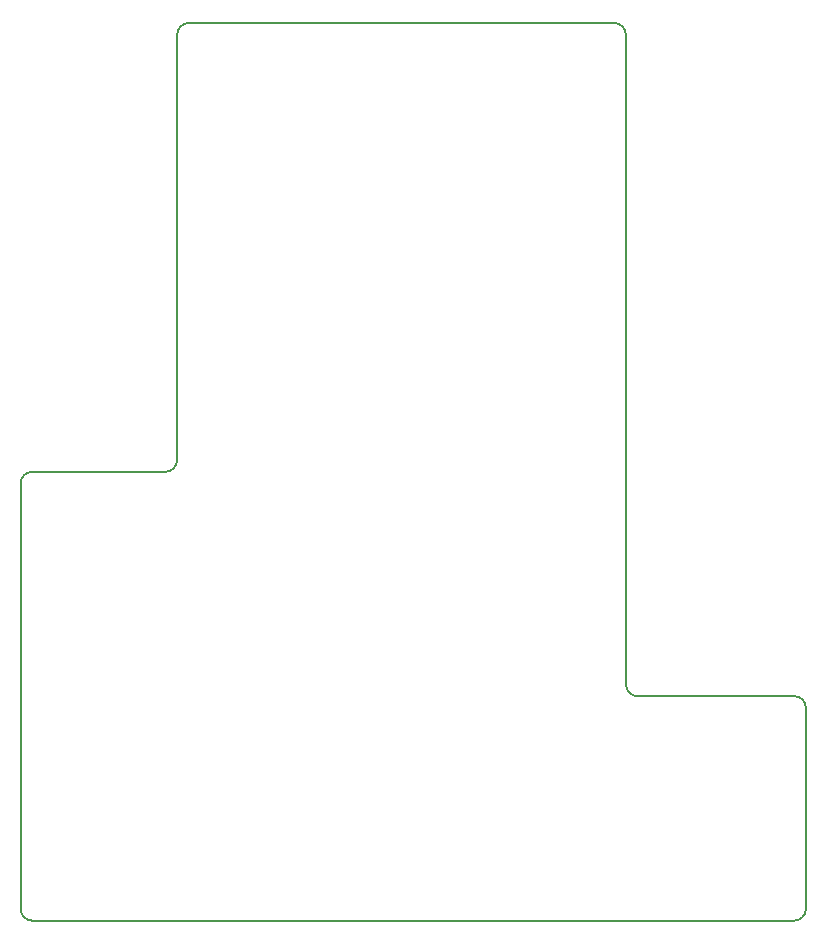
<source format=gm1>
G04 #@! TF.FileFunction,Profile,NP*
%FSLAX46Y46*%
G04 Gerber Fmt 4.6, Leading zero omitted, Abs format (unit mm)*
G04 Created by KiCad (PCBNEW 4.0.5) date Sun Feb 26 14:27:26 2017*
%MOMM*%
%LPD*%
G01*
G04 APERTURE LIST*
%ADD10C,0.100000*%
%ADD11C,0.150000*%
G04 APERTURE END LIST*
D10*
D11*
X120000000Y-33500000D02*
X156000000Y-33500000D01*
X158000000Y-90500000D02*
X171250000Y-90500000D01*
X172250000Y-91500000D02*
X172250000Y-108500000D01*
X106750000Y-109500000D02*
X171250000Y-109500000D01*
X105750000Y-72500000D02*
X105750000Y-108500000D01*
X118000000Y-71500000D02*
X106750000Y-71500000D01*
X119000000Y-34500000D02*
X119000000Y-70500000D01*
X157000000Y-34500000D02*
X157000000Y-89500000D01*
X157000000Y-34500000D02*
G75*
G03X156000000Y-33500000I-1000000J0D01*
G01*
X120000000Y-33500000D02*
G75*
G03X119000000Y-34500000I0J-1000000D01*
G01*
X106750000Y-71500000D02*
G75*
G03X105750000Y-72500000I0J-1000000D01*
G01*
X172250000Y-91500000D02*
G75*
G03X171250000Y-90500000I-1000000J0D01*
G01*
X171250000Y-109500000D02*
G75*
G03X172250000Y-108500000I0J1000000D01*
G01*
X105750000Y-108500000D02*
G75*
G03X106750000Y-109500000I1000000J0D01*
G01*
X157000000Y-89500000D02*
G75*
G03X158000000Y-90500000I1000000J0D01*
G01*
X118000000Y-71500000D02*
G75*
G03X119000000Y-70500000I0J1000000D01*
G01*
M02*

</source>
